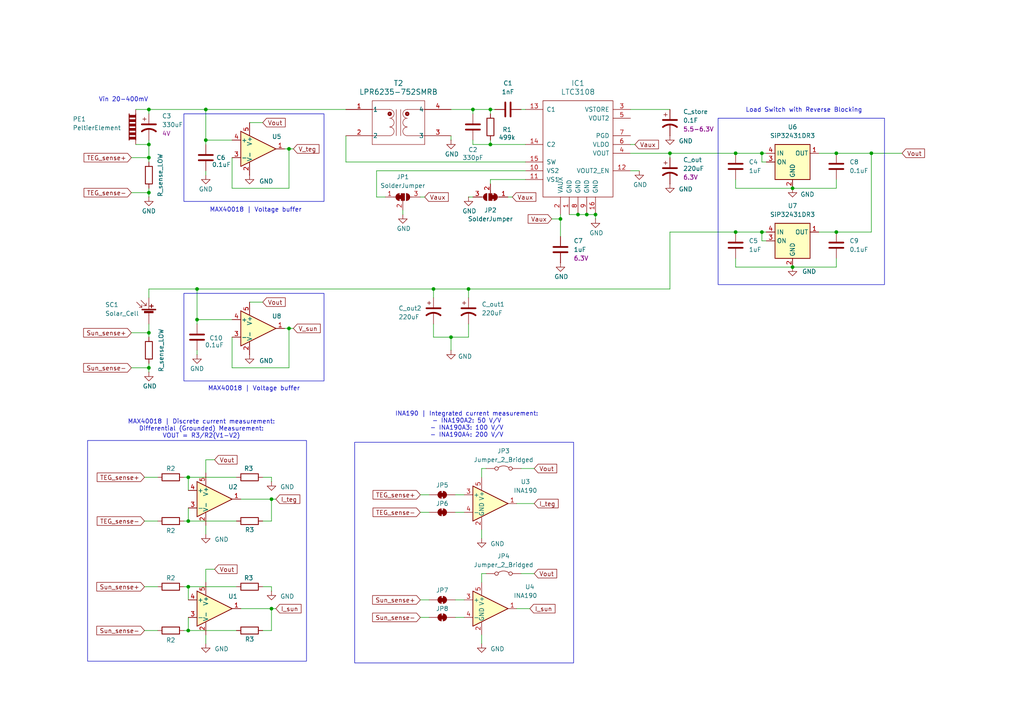
<source format=kicad_sch>
(kicad_sch (version 20231120) (generator "eeschema") (generator_version "8.0")
  (paper "A4")
  (lib_symbols
    (symbol "Amplifier_Current1:INA190" (pin_names (offset 0.127))
      (property "Reference" "U3" (at 10.16 6.3186 0))
      (property "Value" "INA190" (at 10.16 3.7786 0))
      (symbol "INA190_0_1"
        (polyline (pts (xy 5.08 0) (xy -5.08 5.08) (xy -5.08 -5.08) (xy 5.08 0)) (stroke (width 0.254)) (fill (type background)))
      )
      (symbol "INA190_1_1"
        (pin output line (at 7.62 0 180) (length 2.54) (name "~") (number "1"))
        (pin power_in line (at -2.54 -7.62 90) (length 3.81) (name "GND") (number "2"))
        (pin input line (at -7.62 2.54 0) (length 2.54) (name "+") (number "3"))
        (pin input line (at -7.62 -2.54 0) (length 2.54) (name "-") (number "4"))
        (pin power_in line (at -2.54 7.62 270) (length 3.81) (name "V+") (number "5"))
      )
    )
    (symbol "Amplifier_Current:LT6106" (pin_names (offset 0.127))
      (property "Reference" "U" (at 1.27 5.08 0))
      (property "Value" "LT6106" (at 0 -5.08 0))
      (symbol "LT6106_0_1"
        (polyline (pts (xy -5.08 5.08) (xy 5.08 0) (xy -5.08 -5.08) (xy -5.08 5.08)) (stroke (width 0.254)) (fill (type background)))
      )
      (symbol "LT6106_1_1"
        (pin open_collector line (at 7.62 0 180) (length 2.54) (name "~") (number "1"))
        (pin power_in line (at -2.54 -7.62 90) (length 3.81) (name "V-") (number "2"))
        (pin input line (at -7.62 -2.54 0) (length 2.54) (name "-") (number "3"))
        (pin input line (at -7.62 2.54 0) (length 2.54) (name "+") (number "4"))
        (pin power_in line (at -2.54 7.62 270) (length 3.81) (name "V+") (number "5"))
      )
    )
    (symbol "Device:C" (pin_numbers hide) (pin_names (offset 0.254))
      (property "Reference" "C" (at 0.635 2.54 0))
      (property "Value" "C" (at 0.635 -2.54 0))
      (symbol "C_0_1"
        (polyline (pts (xy -2.032 -0.762) (xy 2.032 -0.762)) (stroke (width 0.508)))
        (polyline (pts (xy -2.032 0.762) (xy 2.032 0.762)) (stroke (width 0.508)))
      )
      (symbol "C_1_1"
        (pin passive line (at 0 3.81 270) (length 2.794) (name "~") (number "1"))
        (pin passive line (at 0 -3.81 90) (length 2.794) (name "~") (number "2"))
      )
    )
    (symbol "Device:C_Polarized_US" (pin_numbers hide) (pin_names (offset 0.254) hide)
      (property "Reference" "C" (at 0.635 2.54 0))
      (property "Value" "C_Polarized_US" (at 0.635 -2.54 0))
      (symbol "C_Polarized_US_0_1"
        (polyline (pts (xy -2.032 0.762) (xy 2.032 0.762)) (stroke (width 0.508)))
        (polyline (pts (xy -1.778 2.286) (xy -0.762 2.286)))
        (polyline (pts (xy -1.27 1.778) (xy -1.27 2.794)))
        (arc (start 2.032 -1.27) (mid 0 -0.5572) (end -2.032 -1.27) (stroke (width 0.508)))
      )
      (symbol "C_Polarized_US_1_1"
        (pin passive line (at 0 3.81 270) (length 2.794) (name "~") (number "1"))
        (pin passive line (at 0 -3.81 90) (length 3.302) (name "~") (number "2"))
      )
    )
    (symbol "Device:PeltierElement" (pin_numbers hide) (pin_names (offset 0))
      (property "Reference" "PE" (at 0 3.175 0))
      (property "Value" "PeltierElement" (at 0 -1.27 0))
      (symbol "PeltierElement_0_1"
        (rectangle (start -3.556 1.905) (end -2.921 0) (fill (type outline)))
        (rectangle (start -2.286 1.905) (end -1.651 0) (fill (type outline)))
        (rectangle (start -0.381 1.905) (end -1.016 0) (fill (type outline)))
        (polyline (pts (xy -3.81 0) (xy 3.81 0)) (stroke (width 0.254)) (fill (type outline)))
        (polyline (pts (xy -3.81 1.905) (xy 3.81 1.905)) (stroke (width 0.254)))
        (rectangle (start 0.889 1.905) (end 0.254 0) (fill (type outline)))
        (rectangle (start 1.524 0) (end 2.159 1.905) (fill (type outline)))
        (rectangle (start 2.794 0) (end 3.429 1.905) (fill (type outline)))
      )
      (symbol "PeltierElement_1_1"
        (pin passive line (at -5.08 0 0) (length 1.27) (name "~") (number "1"))
        (pin passive line (at 5.08 0 180) (length 1.27) (name "~") (number "2"))
      )
    )
    (symbol "Device:R" (pin_numbers hide) (pin_names (offset 0))
      (property "Reference" "R" (at 2.032 0 90))
      (property "Value" "R" (at 0 0 90))
      (symbol "R_0_1"
        (rectangle (start -1.016 -2.54) (end 1.016 2.54) (stroke (width 0.254)))
      )
      (symbol "R_1_1"
        (pin passive line (at 0 3.81 270) (length 1.27) (name "~") (number "1"))
        (pin passive line (at 0 -3.81 90) (length 1.27) (name "~") (number "2"))
      )
    )
    (symbol "Device:Solar_Cell" (pin_numbers hide) (pin_names (offset 0) hide)
      (property "Reference" "SC" (at 2.54 2.54 0))
      (property "Value" "Solar_Cell" (at 2.54 0 0))
      (symbol "Solar_Cell_0_1"
        (rectangle (start -2.032 1.778) (end 2.032 1.524) (fill (type outline)))
        (rectangle (start -1.3208 1.1938) (end 1.27 0.6858) (fill (type outline)))
        (polyline (pts (xy -2.032 2.286) (xy -3.556 3.81)))
        (polyline (pts (xy -0.762 2.794) (xy -2.286 4.318)))
        (polyline (pts (xy 0 0.762) (xy 0 0)))
        (polyline (pts (xy 0 1.778) (xy 0 2.54)))
        (polyline (pts (xy 0.254 2.667) (xy 1.27 2.667)) (stroke (width 0.254)))
        (polyline (pts (xy 0.762 3.175) (xy 0.762 2.159)) (stroke (width 0.254)))
        (polyline (pts (xy -2.032 3.048) (xy -2.032 2.286) (xy -2.794 2.286)))
        (polyline (pts (xy -0.762 3.556) (xy -0.762 2.794) (xy -1.524 2.794)))
      )
      (symbol "Solar_Cell_1_1"
        (pin passive line (at 0 5.08 270) (length 2.54) (name "+") (number "1"))
        (pin passive line (at 0 -2.54 90) (length 2.54) (name "-") (number "2"))
      )
    )
    (symbol "Jumper:Jumper_2_Bridged" (pin_numbers hide) (pin_names (offset 0) hide) (exclude_from_sim yes)
      (property "Reference" "JP" (at 0 1.905 0))
      (property "Value" "Jumper_2_Bridged" (at 0 -2.54 0))
      (symbol "Jumper_2_Bridged_0_0"
        (circle (center -2.032 0) (radius 0.508))
        (circle (center 2.032 0) (radius 0.508))
      )
      (symbol "Jumper_2_Bridged_0_1"
        (arc (start 1.524 0.254) (mid 0 0.762) (end -1.524 0.254))
      )
      (symbol "Jumper_2_Bridged_1_1"
        (pin passive line (at -5.08 0 0) (length 2.54) (name "A") (number "1"))
        (pin passive line (at 5.08 0 180) (length 2.54) (name "B") (number "2"))
      )
    )
    (symbol "Jumper:SolderJumper_2_Bridged" (pin_numbers hide) (pin_names (offset 0) hide) (exclude_from_sim yes) (in_bom no)
      (property "Reference" "JP" (at 0 2.032 0))
      (property "Value" "SolderJumper_2_Bridged" (at 0 -2.54 0))
      (symbol "SolderJumper_2_Bridged_0_1"
        (rectangle (start -0.508 0.508) (end 0.508 -0.508) (fill (type outline)))
        (arc (start -0.254 1.016) (mid -1.2656 0) (end -0.254 -1.016))
        (arc (start -0.254 1.016) (mid -1.2656 0) (end -0.254 -1.016) (fill (type outline)))
        (polyline (pts (xy -0.254 1.016) (xy -0.254 -1.016)))
        (polyline (pts (xy 0.254 1.016) (xy 0.254 -1.016)))
        (arc (start 0.254 -1.016) (mid 1.2656 0) (end 0.254 1.016))
        (arc (start 0.254 -1.016) (mid 1.2656 0) (end 0.254 1.016) (fill (type outline)))
      )
      (symbol "SolderJumper_2_Bridged_1_1"
        (pin passive line (at -3.81 0 0) (length 2.54) (name "A") (number "1"))
        (pin passive line (at 3.81 0 180) (length 2.54) (name "B") (number "2"))
      )
    )
    (symbol "Jumper:SolderJumper_3_Bridged12" (pin_names (offset 0) hide) (exclude_from_sim yes) (in_bom no)
      (property "Reference" "JP" (at -2.54 -2.54 0))
      (property "Value" "SolderJumper_3_Bridged12" (at 0 2.794 0))
      (symbol "SolderJumper_3_Bridged12_0_1"
        (rectangle (start -1.016 0.508) (end -0.508 -0.508) (fill (type outline)))
        (arc (start -1.016 1.016) (mid -2.0276 0) (end -1.016 -1.016))
        (arc (start -1.016 1.016) (mid -2.0276 0) (end -1.016 -1.016) (fill (type outline)))
        (rectangle (start -0.508 1.016) (end 0.508 -1.016) (fill (type outline)))
        (polyline (pts (xy -2.54 0) (xy -2.032 0)))
        (polyline (pts (xy -1.016 1.016) (xy -1.016 -1.016)))
        (polyline (pts (xy 0 -1.27) (xy 0 -1.016)))
        (polyline (pts (xy 1.016 1.016) (xy 1.016 -1.016)))
        (polyline (pts (xy 2.54 0) (xy 2.032 0)))
        (arc (start 1.016 -1.016) (mid 2.0276 0) (end 1.016 1.016))
        (arc (start 1.016 -1.016) (mid 2.0276 0) (end 1.016 1.016) (fill (type outline)))
      )
      (symbol "SolderJumper_3_Bridged12_1_1"
        (pin passive line (at -5.08 0 0) (length 2.54) (name "A") (number "1"))
        (pin passive line (at 0 -3.81 90) (length 2.54) (name "C") (number "2"))
        (pin passive line (at 5.08 0 180) (length 2.54) (name "B") (number "3"))
      )
    )
    (symbol "LPR6235-752SMRB:LPR6235-752SMRB" (pin_names (offset 0.254))
      (property "Reference" "T" (at 15.24 7.62 0))
      (property "Value" "LPR6235-752SMRB" (at 20.32 5.08 0))
      (symbol "LPR6235-752SMRB_0_1"
        (polyline (pts (xy 7.62 -10.16) (xy 22.86 -10.16)) (stroke (width 0.127)))
        (polyline (pts (xy 7.62 0) (xy 12.7 0)) (stroke (width 0.127)))
        (polyline (pts (xy 7.62 2.54) (xy 7.62 -10.16)) (stroke (width 0.127)))
        (polyline (pts (xy 12.7 -7.62) (xy 7.62 -7.62)) (stroke (width 0.127)))
        (polyline (pts (xy 14.605 0) (xy 14.605 -7.62)) (stroke (width 0.127)))
        (polyline (pts (xy 15.875 -7.62) (xy 15.875 0)) (stroke (width 0.127)))
        (polyline (pts (xy 17.78 -7.62) (xy 22.86 -7.62)) (stroke (width 0.127)))
        (polyline (pts (xy 22.86 -10.16) (xy 22.86 2.54)) (stroke (width 0.127)))
        (polyline (pts (xy 22.86 0) (xy 17.78 0)) (stroke (width 0.127)))
        (polyline (pts (xy 22.86 2.54) (xy 7.62 2.54)) (stroke (width 0.127)))
        (arc (start 12.7 -7.62) (mid 13.9644 -6.35) (end 12.7 -5.08) (stroke (width 0.127)))
        (arc (start 12.7 -5.08) (mid 13.9644 -3.81) (end 12.7 -2.54) (stroke (width 0.127)))
        (arc (start 12.7 -2.54) (mid 13.9644 -1.27) (end 12.7 0) (stroke (width 0.127)))
        (circle (center 12.7 -1.27) (radius 0.127) (stroke (width 0.508)))
        (arc (start 17.78 -5.08) (mid 16.5155 -6.35) (end 17.78 -7.62) (stroke (width 0.127)))
        (arc (start 17.78 -2.54) (mid 16.5155 -3.81) (end 17.78 -5.08) (stroke (width 0.127)))
        (circle (center 17.78 -1.27) (radius 0.127) (stroke (width 0.508)))
        (arc (start 17.78 0) (mid 16.5155 -1.27) (end 17.78 -2.54) (stroke (width 0.127)))
        (pin unspecified line (at 0 0 0) (length 7.62) (name "1") (number "1"))
        (pin unspecified line (at 0 -7.62 0) (length 7.62) (name "2") (number "2"))
        (pin unspecified line (at 30.48 -7.62 180) (length 7.62) (name "3") (number "3"))
        (pin unspecified line (at 30.48 0 180) (length 7.62) (name "4") (number "4"))
      )
    )
    (symbol "Power_Management:SiP32431DR3"
      (property "Reference" "U" (at 0 8.89 0))
      (property "Value" "SiP32431DR3" (at 0 6.35 0))
      (symbol "SiP32431DR3_0_1"
        (rectangle (start -5.08 5.08) (end 5.08 -5.08) (stroke (width 0.254)) (fill (type background)))
      )
      (symbol "SiP32431DR3_1_1"
        (pin passive line (at 7.62 2.54 180) (length 2.54) (name "OUT") (number "1"))
        (pin power_in line (at 0 -7.62 90) (length 2.54) (name "GND") (number "2"))
        (pin input line (at -7.62 0 0) (length 2.54) (name "ON") (number "3"))
        (pin passive line (at -7.62 2.54 0) (length 2.54) (name "IN") (number "4"))
        (pin passive line (at 0 -7.62 90) (length 2.54) hide (name "GND") (number "5"))
        (pin no_connect line (at 5.08 0 180) (length 2.54) hide (name "NC") (number "6"))
      )
    )
    (symbol "ltc3108-cache:LTC3108" (pin_names (offset 1.016))
      (property "Reference" "IC" (at 8.89 13.97 0))
      (property "Value" "LTC3108" (at -5.08 13.97 0))
      (symbol "LTC3108_0_1"
        (rectangle (start 10.16 -15.24) (end -10.16 12.7))
      )
      (symbol "LTC3108_1_1"
        (pin power_in line (at -2.54 -20.32 90) (length 5.08) (name "GND") (number "1"))
        (pin input line (at -15.24 -7.62 0) (length 5.08) (name "VS2") (number "10"))
        (pin input line (at -15.24 -10.16 0) (length 5.08) (name "VS1") (number "11"))
        (pin input line (at 15.24 -7.62 180) (length 5.08) (name "VOUT2_EN") (number "12"))
        (pin power_in line (at -15.24 10.16 0) (length 5.08) (name "C1") (number "13"))
        (pin power_in line (at -15.24 0 0) (length 5.08) (name "C2") (number "14"))
        (pin power_out line (at -15.24 -5.08 0) (length 5.08) (name "SW") (number "15"))
        (pin power_in line (at 5.08 -20.32 90) (length 5.08) (name "GND") (number "16"))
        (pin power_out line (at -5.08 -20.32 90) (length 5.08) (name "VAUX") (number "2"))
        (pin power_out line (at 15.24 10.16 180) (length 5.08) (name "VSTORE") (number "3"))
        (pin power_out line (at 15.24 -2.54 180) (length 5.08) (name "VOUT") (number "4"))
        (pin power_out line (at 15.24 7.62 180) (length 5.08) (name "VOUT2") (number "5"))
        (pin power_out line (at 15.24 0 180) (length 5.08) (name "VLDO") (number "6"))
        (pin output line (at 15.24 2.54 180) (length 5.08) (name "PGD") (number "7"))
        (pin power_in line (at 0 -20.32 90) (length 5.08) (name "GND") (number "8"))
        (pin power_in line (at 2.54 -20.32 90) (length 5.08) (name "GND") (number "9"))
      )
    )
    (symbol "power:GND" (power) (pin_numbers hide) (pin_names (offset 0) hide)
      (property "Value" "GND" (at 0 -3.81 0))
      (symbol "GND_0_1"
        (polyline (pts (xy 0 0) (xy 0 -1.27) (xy 1.27 -1.27) (xy 0 -2.54) (xy -1.27 -1.27) (xy 0 -1.27)))
      )
      (symbol "GND_1_1"
        (pin power_in line (at 0 0 270) (length 0) (name "~") (number "1"))
      )
    )
  )
  (junction (at 59.69 40.64))
  (junction (at 43.18 96.52))
  (junction (at 130.81 97.79))
  (junction (at 43.18 31.75))
  (junction (at 213.36 44.45))
  (junction (at 54.61 182.88))
  (junction (at 83.82 43.18))
  (junction (at 170.18 62.23))
  (junction (at 135.89 83.82))
  (junction (at 43.18 55.88))
  (junction (at 242.57 44.45))
  (junction (at 78.74 176.53))
  (junction (at 162.56 63.5))
  (junction (at 142.24 41.91))
  (junction (at 167.64 62.23))
  (junction (at 172.72 62.23))
  (junction (at 125.73 83.82))
  (junction (at 213.36 67.31))
  (junction (at 43.18 45.72))
  (junction (at 229.87 77.47))
  (junction (at 43.18 41.91))
  (junction (at 242.57 67.31))
  (junction (at 194.31 44.45))
  (junction (at 57.15 83.82))
  (junction (at 252.73 44.45))
  (junction (at 137.16 31.75))
  (junction (at 57.15 92.71))
  (junction (at 59.69 31.75))
  (junction (at 229.87 54.61))
  (junction (at 54.61 151.13))
  (junction (at 142.24 31.75))
  (junction (at 43.18 106.68))
  (junction (at 78.74 144.78))
  (junction (at 220.98 44.45))
  (junction (at 220.98 67.31))
  (junction (at 83.82 95.25))
  (junction (at 54.61 138.43))
  (junction (at 54.61 170.18))
  (wire (pts (xy 53.34 138.43) (xy 54.61 138.43)))
  (wire (pts (xy 137.16 31.75) (xy 137.16 33.02)))
  (wire (pts (xy 67.31 106.68) (xy 83.82 106.68)))
  (wire (pts (xy 109.22 57.15) (xy 111.76 57.15)))
  (wire (pts (xy 121.92 179.07) (xy 124.46 179.07)))
  (wire (pts (xy 194.31 45.72) (xy 194.31 44.45)))
  (wire (pts (xy 237.49 67.31) (xy 242.57 67.31)))
  (wire (pts (xy 62.23 165.1) (xy 59.69 165.1)))
  (wire (pts (xy 72.39 35.56) (xy 76.2 35.56)))
  (wire (pts (xy 82.55 43.18) (xy 83.82 43.18)))
  (wire (pts (xy 222.25 44.45) (xy 220.98 44.45)))
  (wire (pts (xy 43.18 31.75) (xy 59.69 31.75)))
  (wire (pts (xy 172.72 62.23) (xy 172.72 63.5)))
  (wire (pts (xy 242.57 77.47) (xy 229.87 77.47)))
  (wire (pts (xy 242.57 52.07) (xy 242.57 54.61)))
  (wire (pts (xy 220.98 46.99) (xy 220.98 44.45)))
  (wire (pts (xy 182.88 44.45) (xy 194.31 44.45)))
  (wire (pts (xy 38.1 55.88) (xy 43.18 55.88)))
  (wire (pts (xy 252.73 67.31) (xy 252.73 44.45)))
  (wire (pts (xy 54.61 138.43) (xy 68.58 138.43)))
  (wire (pts (xy 69.85 144.78) (xy 78.74 144.78)))
  (wire (pts (xy 83.82 106.68) (xy 83.82 95.25)))
  (wire (pts (xy 252.73 44.45) (xy 261.62 44.45)))
  (wire (pts (xy 220.98 69.85) (xy 220.98 67.31)))
  (wire (pts (xy 43.18 83.82) (xy 43.18 86.36)))
  (wire (pts (xy 83.82 54.61) (xy 83.82 43.18)))
  (wire (pts (xy 137.16 31.75) (xy 142.24 31.75)))
  (wire (pts (xy 59.69 186.69) (xy 59.69 184.15)))
  (wire (pts (xy 78.74 139.7) (xy 78.74 138.43)))
  (wire (pts (xy 194.31 83.82) (xy 194.31 67.31)))
  (wire (pts (xy 242.57 54.61) (xy 229.87 54.61)))
  (wire (pts (xy 162.56 63.5) (xy 162.56 68.58)))
  (wire (pts (xy 125.73 83.82) (xy 135.89 83.82)))
  (wire (pts (xy 43.18 46.99) (xy 43.18 45.72)))
  (wire (pts (xy 139.7 166.37) (xy 139.7 168.91)))
  (wire (pts (xy 57.15 92.71) (xy 57.15 83.82)))
  (wire (pts (xy 151.13 166.37) (xy 154.94 166.37)))
  (wire (pts (xy 121.92 173.99) (xy 124.46 173.99)))
  (wire (pts (xy 132.08 179.07) (xy 134.62 179.07)))
  (wire (pts (xy 125.73 93.98) (xy 125.73 97.79)))
  (wire (pts (xy 41.91 182.88) (xy 45.72 182.88)))
  (wire (pts (xy 53.34 182.88) (xy 54.61 182.88)))
  (wire (pts (xy 194.31 67.31) (xy 213.36 67.31)))
  (wire (pts (xy 72.39 87.63) (xy 76.2 87.63)))
  (wire (pts (xy 116.84 60.96) (xy 116.84 62.23)))
  (wire (pts (xy 43.18 41.91) (xy 43.18 45.72)))
  (wire (pts (xy 78.74 176.53) (xy 78.74 182.88)))
  (wire (pts (xy 57.15 83.82) (xy 125.73 83.82)))
  (wire (pts (xy 43.18 31.75) (xy 43.18 33.02)))
  (wire (pts (xy 38.1 96.52) (xy 43.18 96.52)))
  (wire (pts (xy 132.08 173.99) (xy 134.62 173.99)))
  (wire (pts (xy 59.69 49.53) (xy 59.69 50.8)))
  (wire (pts (xy 39.37 31.75) (xy 43.18 31.75)))
  (wire (pts (xy 165.1 62.23) (xy 167.64 62.23)))
  (wire (pts (xy 100.33 46.99) (xy 152.4 46.99)))
  (wire (pts (xy 194.31 44.45) (xy 213.36 44.45)))
  (wire (pts (xy 213.36 74.93) (xy 213.36 77.47)))
  (wire (pts (xy 213.36 44.45) (xy 220.98 44.45)))
  (wire (pts (xy 59.69 31.75) (xy 100.33 31.75)))
  (wire (pts (xy 78.74 151.13) (xy 76.2 151.13)))
  (wire (pts (xy 78.74 144.78) (xy 78.74 151.13)))
  (wire (pts (xy 78.74 170.18) (xy 76.2 170.18)))
  (wire (pts (xy 130.81 31.75) (xy 137.16 31.75)))
  (wire (pts (xy 38.1 106.68) (xy 43.18 106.68)))
  (wire (pts (xy 213.36 67.31) (xy 220.98 67.31)))
  (wire (pts (xy 59.69 154.94) (xy 59.69 152.4)))
  (wire (pts (xy 41.91 138.43) (xy 45.72 138.43)))
  (wire (pts (xy 83.82 43.18) (xy 85.09 43.18)))
  (wire (pts (xy 142.24 40.64) (xy 142.24 41.91)))
  (wire (pts (xy 121.92 148.59) (xy 124.46 148.59)))
  (wire (pts (xy 222.25 67.31) (xy 220.98 67.31)))
  (wire (pts (xy 54.61 170.18) (xy 68.58 170.18)))
  (wire (pts (xy 130.81 39.37) (xy 130.81 40.64)))
  (wire (pts (xy 67.31 40.64) (xy 59.69 40.64)))
  (wire (pts (xy 132.08 143.51) (xy 134.62 143.51)))
  (wire (pts (xy 242.57 67.31) (xy 252.73 67.31)))
  (wire (pts (xy 109.22 49.53) (xy 152.4 49.53)))
  (wire (pts (xy 152.4 52.07) (xy 142.24 52.07)))
  (wire (pts (xy 149.86 146.05) (xy 154.94 146.05)))
  (wire (pts (xy 43.18 105.41) (xy 43.18 106.68)))
  (wire (pts (xy 135.89 97.79) (xy 135.89 93.98)))
  (wire (pts (xy 59.69 133.35) (xy 59.69 137.16)))
  (wire (pts (xy 59.69 40.64) (xy 59.69 31.75)))
  (wire (pts (xy 43.18 96.52) (xy 43.18 93.98)))
  (wire (pts (xy 130.81 101.6) (xy 130.81 97.79)))
  (wire (pts (xy 54.61 182.88) (xy 68.58 182.88)))
  (wire (pts (xy 139.7 153.67) (xy 139.7 156.21)))
  (wire (pts (xy 139.7 135.89) (xy 140.97 135.89)))
  (wire (pts (xy 39.37 41.91) (xy 43.18 41.91)))
  (wire (pts (xy 57.15 93.98) (xy 57.15 92.71)))
  (wire (pts (xy 137.16 41.91) (xy 142.24 41.91)))
  (wire (pts (xy 54.61 182.88) (xy 54.61 179.07)))
  (wire (pts (xy 139.7 138.43) (xy 139.7 135.89)))
  (wire (pts (xy 121.92 57.15) (xy 123.19 57.15)))
  (wire (pts (xy 43.18 40.64) (xy 43.18 41.91)))
  (wire (pts (xy 170.18 62.23) (xy 172.72 62.23)))
  (wire (pts (xy 242.57 44.45) (xy 252.73 44.45)))
  (wire (pts (xy 43.18 57.15) (xy 43.18 55.88)))
  (wire (pts (xy 147.32 57.15) (xy 148.59 57.15)))
  (wire (pts (xy 43.18 83.82) (xy 57.15 83.82)))
  (wire (pts (xy 43.18 55.88) (xy 43.18 54.61)))
  (wire (pts (xy 41.91 151.13) (xy 45.72 151.13)))
  (wire (pts (xy 182.88 31.75) (xy 194.31 31.75)))
  (wire (pts (xy 135.89 86.36) (xy 135.89 83.82)))
  (wire (pts (xy 135.89 57.15) (xy 137.16 57.15)))
  (wire (pts (xy 57.15 101.6) (xy 57.15 102.87)))
  (wire (pts (xy 69.85 176.53) (xy 78.74 176.53)))
  (wire (pts (xy 67.31 97.79) (xy 67.31 106.68)))
  (wire (pts (xy 78.74 171.45) (xy 78.74 170.18)))
  (wire (pts (xy 160.02 63.5) (xy 162.56 63.5)))
  (wire (pts (xy 125.73 83.82) (xy 125.73 86.36)))
  (wire (pts (xy 54.61 151.13) (xy 68.58 151.13)))
  (wire (pts (xy 137.16 40.64) (xy 137.16 41.91)))
  (wire (pts (xy 222.25 46.99) (xy 220.98 46.99)))
  (wire (pts (xy 167.64 62.23) (xy 170.18 62.23)))
  (wire (pts (xy 139.7 184.15) (xy 139.7 186.69)))
  (wire (pts (xy 162.56 62.23) (xy 162.56 63.5)))
  (wire (pts (xy 78.74 144.78) (xy 80.01 144.78)))
  (wire (pts (xy 38.1 45.72) (xy 43.18 45.72)))
  (wire (pts (xy 242.57 74.93) (xy 242.57 77.47)))
  (wire (pts (xy 82.55 95.25) (xy 83.82 95.25)))
  (wire (pts (xy 100.33 39.37) (xy 100.33 46.99)))
  (wire (pts (xy 78.74 182.88) (xy 76.2 182.88)))
  (wire (pts (xy 59.69 165.1) (xy 59.69 168.91)))
  (wire (pts (xy 59.69 41.91) (xy 59.69 40.64)))
  (wire (pts (xy 151.13 31.75) (xy 152.4 31.75)))
  (wire (pts (xy 67.31 54.61) (xy 83.82 54.61)))
  (wire (pts (xy 54.61 151.13) (xy 54.61 147.32)))
  (wire (pts (xy 213.36 52.07) (xy 213.36 54.61)))
  (wire (pts (xy 222.25 69.85) (xy 220.98 69.85)))
  (wire (pts (xy 41.91 170.18) (xy 45.72 170.18)))
  (wire (pts (xy 237.49 44.45) (xy 242.57 44.45)))
  (wire (pts (xy 43.18 106.68) (xy 43.18 107.95)))
  (wire (pts (xy 57.15 92.71) (xy 67.31 92.71)))
  (wire (pts (xy 54.61 142.24) (xy 54.61 138.43)))
  (wire (pts (xy 182.88 49.53) (xy 185.42 49.53)))
  (wire (pts (xy 142.24 52.07) (xy 142.24 53.34)))
  (wire (pts (xy 83.82 95.25) (xy 85.09 95.25)))
  (wire (pts (xy 132.08 148.59) (xy 134.62 148.59)))
  (wire (pts (xy 139.7 166.37) (xy 140.97 166.37)))
  (wire (pts (xy 67.31 45.72) (xy 67.31 54.61)))
  (wire (pts (xy 135.89 83.82) (xy 194.31 83.82)))
  (wire (pts (xy 62.23 133.35) (xy 59.69 133.35)))
  (wire (pts (xy 142.24 31.75) (xy 143.51 31.75)))
  (wire (pts (xy 125.73 97.79) (xy 130.81 97.79)))
  (wire (pts (xy 121.92 143.51) (xy 124.46 143.51)))
  (wire (pts (xy 53.34 170.18) (xy 54.61 170.18)))
  (wire (pts (xy 213.36 54.61) (xy 229.87 54.61)))
  (wire (pts (xy 109.22 49.53) (xy 109.22 57.15)))
  (wire (pts (xy 142.24 41.91) (xy 152.4 41.91)))
  (wire (pts (xy 213.36 77.47) (xy 229.87 77.47)))
  (wire (pts (xy 182.88 41.91) (xy 184.15 41.91)))
  (wire (pts (xy 53.34 151.13) (xy 54.61 151.13)))
  (wire (pts (xy 54.61 173.99) (xy 54.61 170.18)))
  (wire (pts (xy 130.81 97.79) (xy 135.89 97.79)))
  (wire (pts (xy 78.74 176.53) (xy 80.01 176.53)))
  (wire (pts (xy 142.24 31.75) (xy 142.24 33.02)))
  (wire (pts (xy 149.86 176.53) (xy 153.67 176.53)))
  (wire (pts (xy 151.13 135.89) (xy 154.94 135.89)))
  (wire (pts (xy 78.74 138.43) (xy 76.2 138.43)))
  (wire (pts (xy 43.18 97.79) (xy 43.18 96.52)))
  (rectangle (start 102.87 128.27) (end 166.37 192.278))
  (rectangle (start 53.34 33.02) (end 93.98 58.42))
  (rectangle (start 208.28 34.29) (end 256.54 82.55))
  (rectangle (start 25.4 127.762) (end 88.9 191.77))
  (rectangle (start 53.34 85.09) (end 93.98 110.49))
  (text "MAX40018 | Discrete current measurement:\nDifferential (Grounded) Measurement:\nVOUT = R3/R2(V1-V2)" (at 58.42 124.46 0) (effects (font (size 1.27 1.27))))
  (text "INA190 | Integrated current measurement:\n- INA190A2: 50 V/V\n- INA190A3: 100 V/V\n- INA190A4: 200 V/V\n" (at 135.382 123.19 0) (effects (font (size 1.27 1.27))))
  (text "MAX40018 | Voltage buffer" (at 74.168 60.96 0) (effects (font (size 1.27 1.27))))
  (text "Load Switch with Reverse Blocking" (at 233.172 32.004 0) (effects (font (size 1.27 1.27))))
  (text "Vin 20-400mV" (at 35.814 28.956 0) (effects (font (size 1.27 1.27))))
  (text "MAX40018 | Voltage buffer" (at 73.66 112.776 0) (effects (font (size 1.27 1.27))))
  (global_label "I_teg" (shape input) (at 154.94 146.05 0) (property "Intersheetrefs" "${INTERSHEET_REFS}" (effects (hide yes))))
  (global_label "TEG_sense+" (shape input) (at 38.1 45.72 180) (property "Intersheetrefs" "${INTERSHEET_REFS}" (effects (hide yes))))
  (global_label "Vout" (shape input) (at 154.94 166.37 0) (property "Intersheetrefs" "${INTERSHEET_REFS}" (effects (hide yes))))
  (global_label "Sun_sense-" (shape input) (at 41.91 182.88 180) (property "Intersheetrefs" "${INTERSHEET_REFS}" (effects (hide yes))))
  (global_label "Vaux" (shape input) (at 148.59 57.15 0) (property "Intersheetrefs" "${INTERSHEET_REFS}" (effects (hide yes))))
  (global_label "V_teg" (shape input) (at 85.09 43.18 0) (property "Intersheetrefs" "${INTERSHEET_REFS}" (effects (hide yes))))
  (global_label "I_sun" (shape input) (at 80.01 176.53 0) (property "Intersheetrefs" "${INTERSHEET_REFS}" (effects (hide yes))))
  (global_label "TEG_sense+" (shape input) (at 41.91 138.43 180) (property "Intersheetrefs" "${INTERSHEET_REFS}" (effects (hide yes))))
  (global_label "TEG_sense-" (shape input) (at 121.92 148.59 180) (property "Intersheetrefs" "${INTERSHEET_REFS}" (effects (hide yes))))
  (global_label "TEG_sense-" (shape input) (at 38.1 55.88 180) (property "Intersheetrefs" "${INTERSHEET_REFS}" (effects (hide yes))))
  (global_label "TEG_sense+" (shape input) (at 121.92 143.51 180) (property "Intersheetrefs" "${INTERSHEET_REFS}" (effects (hide yes))))
  (global_label "Vout" (shape input) (at 76.2 35.56 0) (property "Intersheetrefs" "${INTERSHEET_REFS}" (effects (hide yes))))
  (global_label "Sun_sense+" (shape input) (at 38.1 96.52 180) (property "Intersheetrefs" "${INTERSHEET_REFS}" (effects (hide yes))))
  (global_label "Vout" (shape input) (at 62.23 133.35 0) (property "Intersheetrefs" "${INTERSHEET_REFS}" (effects (hide yes))))
  (global_label "Vout" (shape input) (at 76.2 87.63 0) (property "Intersheetrefs" "${INTERSHEET_REFS}" (effects (hide yes))))
  (global_label "I_sun" (shape input) (at 153.67 176.53 0) (property "Intersheetrefs" "${INTERSHEET_REFS}" (effects (hide yes))))
  (global_label "Vaux" (shape input) (at 184.15 41.91 0) (property "Intersheetrefs" "${INTERSHEET_REFS}" (effects (hide yes))))
  (global_label "Sun_sense-" (shape input) (at 121.92 179.07 180) (property "Intersheetrefs" "${INTERSHEET_REFS}" (effects (hide yes))))
  (global_label "Sun_sense-" (shape input) (at 38.1 106.68 180) (property "Intersheetrefs" "${INTERSHEET_REFS}" (effects (hide yes))))
  (global_label "Vout" (shape input) (at 62.23 165.1 0) (property "Intersheetrefs" "${INTERSHEET_REFS}" (effects (hide yes))))
  (global_label "Vout" (shape input) (at 261.62 44.45 0) (property "Intersheetrefs" "${INTERSHEET_REFS}" (effects (hide yes))))
  (global_label "V_sun" (shape input) (at 85.09 95.25 0) (property "Intersheetrefs" "${INTERSHEET_REFS}" (effects (hide yes))))
  (global_label "Sun_sense+" (shape input) (at 121.92 173.99 180) (property "Intersheetrefs" "${INTERSHEET_REFS}" (effects (hide yes))))
  (global_label "TEG_sense-" (shape input) (at 41.91 151.13 180) (property "Intersheetrefs" "${INTERSHEET_REFS}" (effects (hide yes))))
  (global_label "Vaux" (shape input) (at 123.19 57.15 0) (property "Intersheetrefs" "${INTERSHEET_REFS}" (effects (hide yes))))
  (global_label "Vaux" (shape input) (at 160.02 63.5 180) (property "Intersheetrefs" "${INTERSHEET_REFS}" (effects (hide yes))))
  (global_label "Sun_sense+" (shape input) (at 41.91 170.18 180) (property "Intersheetrefs" "${INTERSHEET_REFS}" (effects (hide yes))))
  (global_label "Vout" (shape input) (at 154.94 135.89 0) (property "Intersheetrefs" "${INTERSHEET_REFS}" (effects (hide yes))))
  (global_label "I_teg" (shape input) (at 80.01 144.78 0) (property "Intersheetrefs" "${INTERSHEET_REFS}" (effects (hide yes))))
  (symbol (lib_id "Device:C_Polarized_US") (at 43.18 36.83 0) (unit 1)
    (property "Reference" "C3" (at 46.99 33.6549 0) (effects (justify left)))
    (property "Value" "330uF" (at 46.99 36.1949 0) (effects (justify left)))
    (property "Description" "Polarized capacitor, US symbol" (effects (hide yes)))
    (property "Tensione" "4V" (at 46.99 38.7349 0) (effects (justify left)))
  )
  (symbol (lib_id "Amplifier_Current:LT6106") (at 62.23 144.78 0) (unit 1)
    (property "Reference" "U2" (at 67.564 141.224 0))
    (property "Value" "LT6106" (effects (hide yes)))
    (property "Footprint" "Package_TO_SOT_SMD:SOT-23-5" (effects (hide yes)))
    (property "Datasheet" "https://www.analog.com/media/en/technical-documentation/data-sheets/6106fb.pdf" (effects (hide yes)))
    (property "Description" "36V Low Cost, High Side Current Sense, SOT-23-5" (effects (hide yes)))
  )
  (symbol (lib_id "Device:C_Polarized_US") (at 194.31 35.56 0) (unit 1)
    (property "Reference" "C_store" (at 198.12 32.3849 0) (effects (justify left)))
    (property "Value" "0.1F" (at 198.12 34.9249 0) (effects (justify left)))
    (property "Description" "Polarized capacitor, US symbol" (effects (hide yes)))
    (property "Voltage" "5.5-6.3V" (at 198.12 37.4649 0) (effects (justify left)))
  )
  (symbol (lib_id "power:GND") (at 139.7 186.69 0) (unit 1)
    (property "Reference" "#PWR09" (effects (hide yes)))
    (property "Value" "GND" (at 144.272 188.214 0))
    (property "Description" "Power symbol creates a global label with name \"GND\" , ground" (effects (hide yes)))
  )
  (symbol (lib_id "Jumper:SolderJumper_2_Bridged") (at 128.27 179.07 0) (unit 1) (exclude_from_sim yes) (in_bom no)
    (property "Reference" "JP8" (at 128.27 176.53 0))
    (property "Value" "SolderJumper_2_Bridged" (effects (hide yes)))
    (property "Footprint" "Jumper:SolderJumper-2_P1.3mm_Bridged_RoundedPad1.0x1.5mm" (effects (hide yes)))
    (property "Description" "Solder Jumper, 2-pole, closed/bridged" (effects (hide yes)))
  )
  (symbol (lib_id "power:GND") (at 139.7 156.21 0) (unit 1)
    (property "Reference" "#PWR08" (effects (hide yes)))
    (property "Value" "GND" (at 144.272 157.734 0))
    (property "Description" "Power symbol creates a global label with name \"GND\" , ground" (effects (hide yes)))
  )
  (symbol (lib_id "power:GND") (at 72.39 102.87 0) (unit 1)
    (property "Reference" "#PWR011" (effects (hide yes)))
    (property "Value" "GND" (at 77.216 104.648 0))
    (property "Description" "Power symbol creates a global label with name \"GND\" , ground" (effects (hide yes)))
  )
  (symbol (lib_id "Jumper:SolderJumper_2_Bridged") (at 128.27 148.59 0) (unit 1) (exclude_from_sim yes) (in_bom no)
    (property "Reference" "JP6" (at 128.27 146.05 0))
    (property "Value" "SolderJumper_2_Bridged" (effects (hide yes)))
    (property "Footprint" "Jumper:SolderJumper-2_P1.3mm_Bridged_RoundedPad1.0x1.5mm" (effects (hide yes)))
    (property "Description" "Solder Jumper, 2-pole, closed/bridged" (effects (hide yes)))
  )
  (symbol (lib_id "LPR6235-752SMRB:LPR6235-752SMRB") (at 100.33 31.75 0) (unit 1)
    (property "Reference" "T2" (at 115.57 24.13 0) (effects (font (size 1.524 1.524))))
    (property "Value" "LPR6235-752SMRB" (at 115.57 26.67 0) (effects (font (size 1.524 1.524))))
    (property "Footprint" "LPR6235_COC" (effects (hide yes)))
    (property "Datasheet" "LPR6235-752SMRB" (effects (hide yes)))
  )
  (symbol (lib_id "Device:R") (at 43.18 101.6 180) (unit 1)
    (property "Reference" "R_sense_LOW" (at 46.736 101.6 90))
    (property "Value" "0.02ohm" (effects (hide yes)))
    (property "Description" "Resistor" (effects (hide yes)))
  )
  (symbol (lib_id "power:GND") (at 43.18 107.95 0) (unit 1)
    (property "Reference" "#PWR013" (effects (hide yes)))
    (property "Value" "GND" (at 43.434 112.014 0))
    (property "Description" "Power symbol creates a global label with name \"GND\" , ground" (effects (hide yes)))
  )
  (symbol (lib_id "Device:R") (at 49.53 182.88 90) (unit 1)
    (property "Reference" "R2" (at 49.53 185.674 90))
    (property "Value" "R" (effects (hide yes)))
    (property "Description" "Resistor" (effects (hide yes)))
  )
  (symbol (lib_id "Device:C") (at 213.36 71.12 0) (unit 1)
    (property "Reference" "C5" (at 217.17 69.8499 0) (effects (justify left)))
    (property "Value" "1uF" (at 217.17 72.3899 0) (effects (justify left)))
    (property "Description" "Unpolarized capacitor" (effects (hide yes)))
  )
  (symbol (lib_id "Device:R") (at 72.39 170.18 90) (unit 1)
    (property "Reference" "R3" (at 72.136 167.64 90))
    (property "Value" "R" (effects (hide yes)))
    (property "Description" "Resistor" (effects (hide yes)))
  )
  (symbol (lib_id "Device:C") (at 242.57 71.12 0) (unit 1)
    (property "Reference" "C9" (at 246.38 69.8499 0) (effects (justify left)))
    (property "Value" "0.1uF" (at 246.38 72.3899 0) (effects (justify left)))
    (property "Description" "Unpolarized capacitor" (effects (hide yes)))
  )
  (symbol (lib_id "Amplifier_Current1:INA190") (at 142.24 176.53 0) (unit 1)
    (property "Reference" "U4" (at 153.67 170.2114 0))
    (property "Value" "INA190" (at 152.4 172.7514 0))
    (property "Footprint" "Package_TO_SOT_SMD:SOT-23" (effects (hide yes)))
    (property "Datasheet" "http://www.ti.com/lit/ds/symlink/ina190.pdf" (effects (hide yes)))
    (property "Description" "Current Shunt Monitor −0.2V to +40V Common-Mode Range, 100V/V, SOT-23" (effects (hide yes)))
  )
  (symbol (lib_id "power:GND") (at 57.15 102.87 0) (unit 1)
    (property "Reference" "#PWR021" (effects (hide yes)))
    (property "Value" "GND" (at 57.15 106.934 0))
    (property "Description" "Power symbol creates a global label with name \"GND\" , ground" (effects (hide yes)))
  )
  (symbol (lib_id "Jumper:Jumper_2_Bridged") (at 146.05 135.89 0) (unit 1) (exclude_from_sim yes)
    (property "Reference" "JP3" (at 146.05 130.81 0))
    (property "Value" "Jumper_2_Bridged" (at 146.05 133.35 0))
    (property "Footprint" "TestPoint:TestPoint_2Pads_Pitch2.54mm_Drill0.8mm" (effects (hide yes)))
    (property "Description" "Jumper, 2-pole, closed/bridged" (effects (hide yes)))
  )
  (symbol (lib_id "power:GND") (at 59.69 50.8 0) (unit 1)
    (property "Reference" "#PWR018" (effects (hide yes)))
    (property "Value" "GND" (at 59.69 54.864 0))
    (property "Description" "Power symbol creates a global label with name \"GND\" , ground" (effects (hide yes)))
  )
  (symbol (lib_id "power:GND") (at 78.74 139.7 0) (unit 1)
    (property "Reference" "#PWR014" (effects (hide yes)))
    (property "Value" "GND" (at 83.312 141.224 0))
    (property "Description" "Power symbol creates a global label with name \"GND\" , ground" (effects (hide yes)))
  )
  (symbol (lib_id "Device:C") (at 59.69 45.72 0) (unit 1)
    (property "Reference" "C6" (at 62.738 45.72 0) (effects (justify left)))
    (property "Value" "0.1uF" (at 61.468 47.752 0) (effects (justify left)))
    (property "Description" "Unpolarized capacitor" (effects (hide yes)))
  )
  (symbol (lib_id "Device:C") (at 147.32 31.75 90) (unit 1)
    (property "Reference" "C1" (at 147.32 24.13 90))
    (property "Value" "1nF" (at 147.32 26.67 90))
    (property "Description" "Unpolarized capacitor" (effects (hide yes)))
  )
  (symbol (lib_id "Device:R") (at 72.39 182.88 90) (unit 1)
    (property "Reference" "R3" (at 72.39 185.42 90))
    (property "Value" "R" (effects (hide yes)))
    (property "Description" "Resistor" (effects (hide yes)))
  )
  (symbol (lib_id "Device:C") (at 242.57 48.26 0) (unit 1)
    (property "Reference" "C8" (at 246.38 46.9899 0) (effects (justify left)))
    (property "Value" "0.1uF" (at 246.38 49.5299 0) (effects (justify left)))
    (property "Description" "Unpolarized capacitor" (effects (hide yes)))
  )
  (symbol (lib_id "power:GND") (at 72.39 50.8 0) (unit 1)
    (property "Reference" "#PWR010" (effects (hide yes)))
    (property "Value" "GND" (at 77.216 52.578 0))
    (property "Description" "Power symbol creates a global label with name \"GND\" , ground" (effects (hide yes)))
  )
  (symbol (lib_id "power:GND") (at 59.69 186.69 0) (unit 1)
    (property "Reference" "#PWR016" (effects (hide yes)))
    (property "Value" "GND" (at 64.262 188.214 0))
    (property "Description" "Power symbol creates a global label with name \"GND\" , ground" (effects (hide yes)))
  )
  (symbol (lib_id "Device:R") (at 49.53 151.13 90) (unit 1)
    (property "Reference" "R2" (at 49.53 153.924 90))
    (property "Value" "R" (effects (hide yes)))
    (property "Description" "Resistor" (effects (hide yes)))
  )
  (symbol (lib_id "power:GND") (at 194.31 53.34 0) (unit 1)
    (property "Reference" "#PWR07" (effects (hide yes)))
    (property "Value" "GND" (at 198.882 54.864 0))
    (property "Description" "Power symbol creates a global label with name \"GND\" , ground" (effects (hide yes)))
  )
  (symbol (lib_id "Device:C") (at 57.15 97.79 0) (unit 1)
    (property "Reference" "C10" (at 60.706 98.044 0) (effects (justify left)))
    (property "Value" "0.1uF" (at 59.436 100.076 0) (effects (justify left)))
    (property "Description" "Unpolarized capacitor" (effects (hide yes)))
  )
  (symbol (lib_id "Amplifier_Current:LT6106") (at 74.93 43.18 0) (unit 1)
    (property "Reference" "U5" (at 80.264 39.624 0))
    (property "Value" "LT6106" (effects (hide yes)))
    (property "Footprint" "Package_TO_SOT_SMD:SOT-23-5" (effects (hide yes)))
    (property "Datasheet" "https://www.analog.com/media/en/technical-documentation/data-sheets/6106fb.pdf" (effects (hide yes)))
    (property "Description" "36V Low Cost, High Side Current Sense, SOT-23-5" (effects (hide yes)))
  )
  (symbol (lib_id "power:GND") (at 130.81 101.6 0) (unit 1)
    (property "Reference" "#PWR012" (effects (hide yes)))
    (property "Value" "GND" (at 134.874 103.378 0))
    (property "Description" "Power symbol creates a global label with name \"GND\" , ground" (effects (hide yes)))
  )
  (symbol (lib_id "power:GND") (at 162.56 76.2 0) (unit 1)
    (property "Reference" "#PWR05" (effects (hide yes)))
    (property "Value" "GND" (at 162.814 80.264 0))
    (property "Description" "Power symbol creates a global label with name \"GND\" , ground" (effects (hide yes)))
  )
  (symbol (lib_id "Device:R") (at 49.53 138.43 90) (unit 1)
    (property "Reference" "R2" (at 49.53 135.89 90))
    (property "Value" "R" (effects (hide yes)))
    (property "Description" "Resistor" (effects (hide yes)))
  )
  (symbol (lib_id "Jumper:SolderJumper_3_Bridged12") (at 116.84 57.15 0) (unit 1) (exclude_from_sim yes) (in_bom no)
    (property "Reference" "JP1" (at 116.84 51.308 0))
    (property "Value" "SolderJumper" (at 116.84 53.848 0))
    (property "Footprint" "Jumper:SolderJumper-3_P1.3mm_Bridged12_RoundedPad1.0x1.5mm_NumberLabels" (effects (hide yes)))
    (property "Description" "3-pole Solder Jumper, pins 1+2 closed/bridged" (effects (hide yes)))
  )
  (symbol (lib_id "power:GND") (at 229.87 54.61 0) (unit 1)
    (property "Reference" "#PWR019" (effects (hide yes)))
    (property "Value" "GND" (at 234.188 56.388 0))
    (property "Description" "Power symbol creates a global label with name \"GND\" , ground" (effects (hide yes)))
  )
  (symbol (lib_id "Amplifier_Current1:INA190") (at 142.24 146.05 0) (unit 1)
    (property "Reference" "U3" (at 152.4 139.7314 0))
    (property "Value" "INA190" (at 152.4 142.2714 0))
    (property "Footprint" "Package_TO_SOT_SMD:SOT-23" (effects (hide yes)))
    (property "Datasheet" "http://www.ti.com/lit/ds/symlink/ina190.pdf" (effects (hide yes)))
    (property "Description" "Current Shunt Monitor −0.2V to +40V Common-Mode Range, 100V/V, SOT-23" (effects (hide yes)))
  )
  (symbol (lib_id "power:GND") (at 43.18 57.15 0) (unit 1)
    (property "Reference" "#PWR02" (effects (hide yes)))
    (property "Value" "GND" (at 43.18 61.214 0))
    (property "Description" "Power symbol creates a global label with name \"GND\" , ground" (effects (hide yes)))
  )
  (symbol (lib_id "Amplifier_Current:LT6106") (at 62.23 176.53 0) (unit 1)
    (property "Reference" "U1" (at 67.564 172.974 0))
    (property "Value" "LT6106" (effects (hide yes)))
    (property "Footprint" "Package_TO_SOT_SMD:SOT-23-5" (effects (hide yes)))
    (property "Datasheet" "https://www.analog.com/media/en/technical-documentation/data-sheets/6106fb.pdf" (effects (hide yes)))
    (property "Description" "36V Low Cost, High Side Current Sense, SOT-23-5" (effects (hide yes)))
  )
  (symbol (lib_id "ltc3108-cache:LTC3108") (at 167.64 41.91 0) (unit 1)
    (property "Reference" "IC1" (at 167.64 24.13 0) (effects (font (size 1.524 1.524))))
    (property "Value" "LTC3108" (at 167.64 26.67 0) (effects (font (size 1.524 1.524))))
  )
  (symbol (lib_id "power:GND") (at 130.81 40.64 0) (unit 1)
    (property "Reference" "#PWR01" (effects (hide yes)))
    (property "Value" "GND" (at 131.064 44.704 0))
    (property "Description" "Power symbol creates a global label with name \"GND\" , ground" (effects (hide yes)))
  )
  (symbol (lib_id "Device:R") (at 43.18 50.8 180) (unit 1)
    (property "Reference" "R_sense_LOW" (at 46.482 50.8 90))
    (property "Value" "0.02ohm" (effects (hide yes)))
    (property "Description" "Resistor" (effects (hide yes)))
  )
  (symbol (lib_id "Device:C") (at 213.36 48.26 0) (unit 1)
    (property "Reference" "C4" (at 217.17 46.9899 0) (effects (justify left)))
    (property "Value" "1uF" (at 217.17 49.5299 0) (effects (justify left)))
    (property "Description" "Unpolarized capacitor" (effects (hide yes)))
  )
  (symbol (lib_id "Amplifier_Current:LT6106") (at 74.93 95.25 0) (unit 1)
    (property "Reference" "U8" (at 80.264 91.694 0))
    (property "Value" "LT6106" (effects (hide yes)))
    (property "Footprint" "Package_TO_SOT_SMD:SOT-23-5" (effects (hide yes)))
    (property "Datasheet" "https://www.analog.com/media/en/technical-documentation/data-sheets/6106fb.pdf" (effects (hide yes)))
    (property "Description" "36V Low Cost, High Side Current Sense, SOT-23-5" (effects (hide yes)))
  )
  (symbol (lib_id "Device:C_Polarized_US") (at 125.73 90.17 0) (unit 1)
    (property "Reference" "C_out2" (at 115.57 89.408 0) (effects (justify left)))
    (property "Value" "220uF" (at 115.57 91.948 0) (effects (justify left)))
    (property "Description" "Polarized capacitor, US symbol" (effects (hide yes)))
  )
  (symbol (lib_id "Device:R") (at 142.24 36.83 180) (unit 1)
    (property "Reference" "R1" (at 147.066 37.592 0))
    (property "Value" "499k" (at 147.066 39.878 0))
    (property "Description" "Resistor" (effects (hide yes)))
  )
  (symbol (lib_id "power:GND") (at 185.42 49.53 0) (unit 1)
    (property "Reference" "#PWR023" (effects (hide yes)))
    (property "Value" "GND" (at 185.674 53.594 0))
    (property "Description" "Power symbol creates a global label with name \"GND\" , ground" (effects (hide yes)))
  )
  (symbol (lib_id "Jumper:SolderJumper_3_Bridged12") (at 142.24 57.15 180) (unit 1) (exclude_from_sim yes) (in_bom no)
    (property "Reference" "JP2" (at 142.24 60.96 0))
    (property "Value" "SolderJumper" (at 142.24 63.5 0))
    (property "Description" "3-pole Solder Jumper, pins 1+2 closed/bridged" (effects (hide yes)))
  )
  (symbol (lib_id "Device:R") (at 72.39 138.43 90) (unit 1)
    (property "Reference" "R3" (at 72.136 135.89 90))
    (property "Value" "R" (effects (hide yes)))
    (property "Description" "Resistor" (effects (hide yes)))
  )
  (symbol (lib_id "power:GND") (at 116.84 62.23 0) (unit 1)
    (property "Reference" "#PWR04" (effects (hide yes)))
    (property "Value" "GND" (at 117.094 66.294 0))
    (property "Description" "Power symbol creates a global label with name \"GND\" , ground" (effects (hide yes)))
  )
  (symbol (lib_id "power:GND") (at 229.87 77.47 0) (unit 1)
    (property "Reference" "#PWR020" (effects (hide yes)))
    (property "Value" "GND" (at 234.696 78.74 0))
    (property "Description" "Power symbol creates a global label with name \"GND\" , ground" (effects (hide yes)))
  )
  (symbol (lib_id "power:GND") (at 172.72 63.5 0) (unit 1)
    (property "Reference" "#PWR06" (effects (hide yes)))
    (property "Value" "GND" (at 172.974 67.564 0))
    (property "Description" "Power symbol creates a global label with name \"GND\" , ground" (effects (hide yes)))
  )
  (symbol (lib_id "Power_Management:SiP32431DR3") (at 229.87 69.85 0) (unit 1)
    (property "Reference" "U7" (at 229.87 59.69 0))
    (property "Value" "SiP32431DR3" (at 229.87 62.23 0))
    (property "Footprint" "Package_TO_SOT_SMD:SOT-363_SC-70-6" (effects (hide yes)))
    (property "Datasheet" "http://www.vishay.com.hk/docs/66597/sip32431.pdf" (effects (hide yes)))
    (property "Description" "10 pA, Ultra Low Leakage and Quiescent Current, Load Switch with Reverse Blocking, High Enable, SC-70-6" (effects (hide yes)))
  )
  (symbol (lib_id "power:GND") (at 59.69 154.94 0) (unit 1)
    (property "Reference" "#PWR015" (effects (hide yes)))
    (property "Value" "GND" (at 64.262 156.464 0))
    (property "Description" "Power symbol creates a global label with name \"GND\" , ground" (effects (hide yes)))
  )
  (symbol (lib_id "Device:C_Polarized_US") (at 135.89 90.17 0) (unit 1)
    (property "Reference" "C_out1" (at 139.7 88.2649 0) (effects (justify left)))
    (property "Value" "220uF" (at 139.7 90.8049 0) (effects (justify left)))
    (property "Description" "Polarized capacitor, US symbol" (effects (hide yes)))
  )
  (symbol (lib_id "Device:Solar_Cell") (at 43.18 91.44 0) (unit 1)
    (property "Reference" "SC1" (at 30.48 88.392 0) (effects (justify left)))
    (property "Value" "Solar_Cell" (at 30.48 90.932 0) (effects (justify left)))
    (property "Description" "Single solar cell" (effects (hide yes)))
  )
  (symbol (lib_id "Device:PeltierElement") (at 39.37 36.83 90) (unit 1)
    (property "Reference" "PE1" (at 21.082 34.544 90) (effects (justify right)))
    (property "Value" "PeltierElement" (at 21.082 37.084 90) (effects (justify right)))
    (property "Description" "Peltier element, thermoelectric cooler" (effects (hide yes)))
  )
  (symbol (lib_id "Jumper:SolderJumper_2_Bridged") (at 128.27 173.99 0) (unit 1) (exclude_from_sim yes) (in_bom no)
    (property "Reference" "JP7" (at 128.27 171.196 0))
    (property "Value" "SolderJumper_2_Bridged" (effects (hide yes)))
    (property "Footprint" "Jumper:SolderJumper-2_P1.3mm_Bridged_RoundedPad1.0x1.5mm" (effects (hide yes)))
    (property "Description" "Solder Jumper, 2-pole, closed/bridged" (effects (hide yes)))
  )
  (symbol (lib_id "Jumper:Jumper_2_Bridged") (at 146.05 166.37 0) (unit 1) (exclude_from_sim yes)
    (property "Reference" "JP4" (at 146.05 161.29 0))
    (property "Value" "Jumper_2_Bridged" (at 146.05 163.83 0))
    (property "Footprint" "TestPoint:TestPoint_2Pads_Pitch2.54mm_Drill0.8mm" (effects (hide yes)))
    (property "Description" "Jumper, 2-pole, closed/bridged" (effects (hide yes)))
  )
  (symbol (lib_id "power:GND") (at 78.74 171.45 0) (unit 1)
    (property "Reference" "#PWR017" (effects (hide yes)))
    (property "Value" "GND" (at 83.312 172.974 0))
    (property "Description" "Power symbol creates a global label with name \"GND\" , ground" (effects (hide yes)))
  )
  (symbol (lib_id "power:GND") (at 194.31 39.37 0) (unit 1)
    (property "Reference" "#PWR03" (effects (hide yes)))
    (property "Value" "GND" (at 198.882 40.894 0))
    (property "Description" "Power symbol creates a global label with name \"GND\" , ground" (effects (hide yes)))
  )
  (symbol (lib_id "Device:C") (at 162.56 72.39 0) (unit 1)
    (property "Reference" "C7" (at 166.37 69.8499 0) (effects (justify left)))
    (property "Value" "1uF" (at 166.37 72.3899 0) (effects (justify left)))
    (property "Description" "Unpolarized capacitor" (effects (hide yes)))
    (property "Voltage" "6.3V" (at 166.37 74.9299 0) (effects (justify left)))
  )
  (symbol (lib_id "power:GND") (at 135.89 57.15 0) (unit 1)
    (property "Reference" "#PWR022" (effects (hide yes)))
    (property "Value" "GND" (at 136.144 61.214 0))
    (property "Description" "Power symbol creates a global label with name \"GND\" , ground" (effects (hide yes)))
  )
  (symbol (lib_id "Jumper:SolderJumper_2_Bridged") (at 128.27 143.51 0) (unit 1) (exclude_from_sim yes) (in_bom no)
    (property "Reference" "JP5" (at 128.27 140.716 0))
    (property "Value" "SolderJumper_2_Bridged" (effects (hide yes)))
    (property "Footprint" "Jumper:SolderJumper-2_P1.3mm_Bridged_RoundedPad1.0x1.5mm" (effects (hide yes)))
    (property "Description" "Solder Jumper, 2-pole, closed/bridged" (effects (hide yes)))
  )
  (symbol (lib_id "Device:R") (at 49.53 170.18 90) (unit 1)
    (property "Reference" "R2" (at 49.53 167.64 90))
    (property "Value" "R" (effects (hide yes)))
    (property "Description" "Resistor" (effects (hide yes)))
  )
  (symbol (lib_id "Device:R") (at 72.39 151.13 90) (unit 1)
    (property "Reference" "R3" (at 72.39 153.67 90))
    (property "Value" "R" (effects (hide yes)))
    (property "Description" "Resistor" (effects (hide yes)))
  )
  (symbol (lib_id "Device:C") (at 137.16 36.83 180) (unit 1)
    (property "Reference" "C2" (at 137.16 43.434 0))
    (property "Value" "330pF" (at 137.16 45.72 0))
    (property "Description" "Unpolarized capacitor" (effects (hide yes)))
  )
  (symbol (lib_id "Device:C_Polarized_US") (at 194.31 49.53 0) (unit 1)
    (property "Reference" "C_out" (at 198.12 46.3549 0) (effects (justify left)))
    (property "Value" "220uF" (at 198.12 48.8949 0) (effects (justify left)))
    (property "Description" "Polarized capacitor, US symbol" (effects (hide yes)))
    (property "Voltage" "6.3V" (at 198.12 51.4349 0) (effects (justify left)))
  )
  (symbol (lib_id "Power_Management:SiP32431DR3") (at 229.87 46.99 0) (unit 1)
    (property "Reference" "U6" (at 229.87 36.83 0))
    (property "Value" "SiP32431DR3" (at 229.87 39.37 0))
    (property "Footprint" "Package_TO_SOT_SMD:SOT-363_SC-70-6" (effects (hide yes)))
    (property "Datasheet" "http://www.vishay.com.hk/docs/66597/sip32431.pdf" (effects (hide yes)))
    (property "Description" "10 pA, Ultra Low Leakage and Quiescent Current, Load Switch with Reverse Blocking, High Enable, SC-70-6" (effects (hide yes)))
  )
)
</source>
